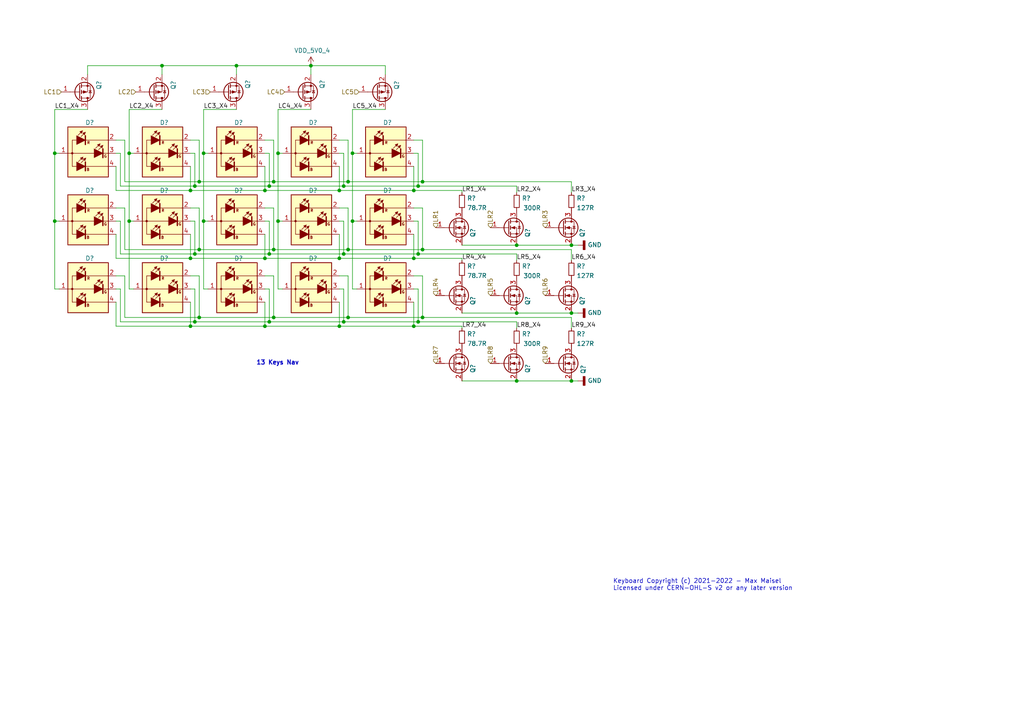
<source format=kicad_sch>
(kicad_sch (version 20250114) (generator "eeschema") (generator_version "9.0")
  (paper "A4")
  (lib_symbols
    (symbol "Keyboard:127R" (pin_numbers (hide yes)) (pin_names (offset 0.254) (hide yes))
      (property "Reference" "R" (at 0.762 0.508 0))
      (property "Value" "127R" (at 0.762 -1.016 0))
      (symbol "127R_0_1"
        (rectangle (start -0.762 1.778) (end 0.762 -1.778) (stroke (width 0.2032)))
      )
      (symbol "127R_1_1"
        (pin passive line (at 0 2.54 270) (length 0.762) (name "~") (number "1"))
        (pin passive line (at 0 -2.54 90) (length 0.762) (name "~") (number "2"))
      )
    )
    (symbol "Keyboard:300R" (pin_numbers (hide yes)) (pin_names (offset 0.254) (hide yes))
      (property "Reference" "R" (at 0.762 0.508 0))
      (property "Value" "300R" (at 0.762 -1.016 0))
      (symbol "300R_0_1"
        (rectangle (start -0.762 1.778) (end 0.762 -1.778) (stroke (width 0.2032)))
      )
      (symbol "300R_1_1"
        (pin passive line (at 0 2.54 270) (length 0.762) (name "~") (number "1"))
        (pin passive line (at 0 -2.54 90) (length 0.762) (name "~") (number "2"))
      )
    )
    (symbol "Keyboard:78.7R" (pin_numbers (hide yes)) (pin_names (offset 0.254) (hide yes))
      (property "Reference" "R" (at 0.762 0.508 0))
      (property "Value" "78.7R" (at 0.762 -1.016 0))
      (symbol "78.7R_0_1"
        (rectangle (start -0.762 1.778) (end 0.762 -1.778) (stroke (width 0.2032)))
      )
      (symbol "78.7R_1_1"
        (pin passive line (at 0 2.54 270) (length 0.762) (name "~") (number "1"))
        (pin passive line (at 0 -2.54 90) (length 0.762) (name "~") (number "2"))
      )
    )
    (symbol "Keyboard:APTF1616LSEEZGKQBKC" (pin_names (offset 0.0254) (hide yes))
      (property "Reference" "D" (at -5.08 8.89 0))
      (property "Value" "APTF1616LSEEZGKQBKC" (at -10.16 -8.89 0))
      (symbol "APTF1616LSEEZGKQBKC_0_0"
        (text "B" (at -0.508 -4.7244 0) (effects (font (size 0.762 0.762))))
        (text "R" (at -0.381 3.0734 0) (effects (font (size 0.762 0.762))))
        (text "G" (at 4.5466 -0.8382 0) (effects (font (size 0.762 0.762))))
      )
      (symbol "APTF1616LSEEZGKQBKC_0_1"
        (rectangle (start -6.35 7.62) (end 5.3848 -6.8834) (stroke (width 0.254)) (fill (type background)))
        (polyline (pts (xy -6.35 0) (xy 1.27 0)))
        (circle (center -5.08 0) (radius 0.254) (fill (type outline)))
        (polyline (pts (xy -5.08 -3.81) (xy -3.81 -3.81)))
        (polyline (pts (xy -5.08 -3.81) (xy -5.08 3.81) (xy -5.08 1.27)))
        (polyline (pts (xy -3.81 5.08) (xy -3.81 2.54) (xy -1.27 3.81) (xy -3.81 5.08)) (fill (type outline)))
        (polyline (pts (xy -3.81 3.81) (xy -5.08 3.81)))
        (polyline (pts (xy -3.81 -2.54) (xy -3.81 -5.08) (xy -1.27 -3.81) (xy -3.81 -2.54)) (fill (type outline)))
        (polyline (pts (xy -3.4036 5.207) (xy -2.1336 6.477)))
        (polyline (pts (xy -3.3274 -2.4638) (xy -2.0574 -1.1938)))
        (polyline (pts (xy -2.54 4.826) (xy -1.27 6.096)))
        (polyline (pts (xy -2.54 -2.794) (xy -1.27 -1.524)))
        (polyline (pts (xy -2.1082 6.5278) (xy -2.3622 5.7658) (xy -2.8702 6.2738) (xy -2.1082 6.5278)) (fill (type outline)))
        (polyline (pts (xy -1.9558 -1.1176) (xy -2.2098 -1.8796) (xy -2.7178 -1.3716) (xy -1.9558 -1.1176)) (fill (type outline)))
        (polyline (pts (xy -1.27 6.096) (xy -1.524 5.334) (xy -2.032 5.842) (xy -1.27 6.096)) (fill (type outline)))
        (polyline (pts (xy -1.27 5.08) (xy -1.27 2.54)) (stroke (width 0.381)))
        (polyline (pts (xy -1.27 3.81) (xy 5.08 3.81)))
        (polyline (pts (xy -1.27 -2.54) (xy -1.27 -5.08)) (stroke (width 0.381)))
        (polyline (pts (xy -1.27 -3.81) (xy 5.08 -3.81)))
        (polyline (pts (xy -1.143 -1.397) (xy -1.397 -2.159) (xy -1.905 -1.651) (xy -1.143 -1.397)) (fill (type outline)))
        (polyline (pts (xy 1.27 1.27) (xy 1.27 -1.27) (xy 3.81 0) (xy 1.27 1.27)) (fill (type outline)))
        (polyline (pts (xy 1.6764 1.4224) (xy 2.9464 2.6924)))
        (polyline (pts (xy 2.54 1.016) (xy 3.81 2.286)))
        (polyline (pts (xy 2.9972 2.7432) (xy 2.7432 1.9812) (xy 2.2352 2.4892) (xy 2.9972 2.7432)) (fill (type outline)))
        (polyline (pts (xy 3.81 2.286) (xy 3.556 1.524) (xy 3.048 2.032) (xy 3.81 2.286)) (fill (type outline)))
        (polyline (pts (xy 3.81 1.27) (xy 3.81 -1.27)) (stroke (width 0.381)))
        (polyline (pts (xy 3.81 0) (xy 5.08 0)))
      )
      (symbol "APTF1616LSEEZGKQBKC_1_1"
        (pin passive line (at -8.89 0 0) (length 2.54) (name "A") (number "1"))
        (pin passive line (at 7.62 3.81 180) (length 2.54) (name "KR") (number "2"))
        (pin passive line (at 7.62 0 180) (length 2.54) (name "KG") (number "3"))
        (pin passive line (at 7.62 -3.81 180) (length 2.54) (name "KB") (number "4"))
      )
    )
    (symbol "Keyboard:GND" (power) (pin_names (offset 0))
      (property "Value" "GND" (at 0 -3.175 0))
      (symbol "GND_0_1"
        (rectangle (start -1.27 -1.524) (end 1.27 -2.032) (stroke (width 0.254)) (fill (type outline)))
        (polyline (pts (xy 0 0) (xy 0 -1.524)))
      )
      (symbol "GND_1_1"
        (pin power_in line (at 0 0 270) (length 0) (hide yes) (name "GND") (number "1"))
      )
    )
    (symbol "Keyboard:NTA4151PT1G" (pin_names (offset 0) (hide yes))
      (property "Reference" "Q" (at 5.842 -2.032 90))
      (symbol "NTA4151PT1G_0_1"
        (polyline (pts (xy 0.254 1.905) (xy 0.254 -1.905)) (stroke (width 0.254)))
        (polyline (pts (xy 0.254 0) (xy -2.54 0)))
        (polyline (pts (xy 0.762 2.286) (xy 0.762 1.27)) (stroke (width 0.254)))
        (polyline (pts (xy 0.762 1.778) (xy 3.302 1.778) (xy 3.302 -1.778) (xy 0.762 -1.778)))
        (polyline (pts (xy 0.762 0.508) (xy 0.762 -0.508)) (stroke (width 0.254)))
        (polyline (pts (xy 0.762 -1.27) (xy 0.762 -2.286)) (stroke (width 0.254)))
        (circle (center 1.651 0) (radius 2.794) (stroke (width 0.254)))
        (polyline (pts (xy 2.286 0) (xy 1.27 0.381) (xy 1.27 -0.381) (xy 2.286 0)) (fill (type outline)))
        (polyline (pts (xy 2.54 2.54) (xy 2.54 1.778)))
        (polyline (pts (xy 2.54 2.54) (xy 2.54 1.778)))
        (circle (center 2.54 1.778) (radius 0.254) (fill (type outline)))
        (circle (center 2.54 1.778) (radius 0.254) (fill (type outline)))
        (circle (center 2.54 -1.778) (radius 0.254) (fill (type outline)))
        (polyline (pts (xy 2.54 -2.54) (xy 2.54 0) (xy 0.762 0)))
        (polyline (pts (xy 2.921 -0.381) (xy 3.683 -0.381)))
        (polyline (pts (xy 3.302 -0.381) (xy 2.921 0.254) (xy 3.683 0.254) (xy 3.302 -0.381)))
      )
      (symbol "NTA4151PT1G_1_1"
        (pin input line (at -5.08 0 0) (length 2.54) (name "G") (number "1"))
        (pin passive line (at 2.54 5.08 270) (length 2.54) (name "D") (number "3"))
        (pin passive line (at 2.54 -5.08 90) (length 2.54) (name "S") (number "2"))
      )
    )
    (symbol "Keyboard:NTA4153NT1G" (pin_names (offset 0) (hide yes))
      (property "Reference" "Q" (at 5.842 -2.032 90))
      (symbol "NTA4153NT1G_0_1"
        (polyline (pts (xy 0.254 1.905) (xy 0.254 -1.905)) (stroke (width 0.254)))
        (polyline (pts (xy 0.254 0) (xy -2.54 0)))
        (polyline (pts (xy 0.762 2.286) (xy 0.762 1.27)) (stroke (width 0.254)))
        (polyline (pts (xy 0.762 0.508) (xy 0.762 -0.508)) (stroke (width 0.254)))
        (polyline (pts (xy 0.762 -1.27) (xy 0.762 -2.286)) (stroke (width 0.254)))
        (polyline (pts (xy 0.762 -1.778) (xy 3.302 -1.778) (xy 3.302 1.778) (xy 0.762 1.778)))
        (polyline (pts (xy 1.016 0) (xy 2.032 0.381) (xy 2.032 -0.381) (xy 1.016 0)) (fill (type outline)))
        (circle (center 1.651 0) (radius 2.794) (stroke (width 0.254)))
        (polyline (pts (xy 2.54 2.54) (xy 2.54 1.778)))
        (circle (center 2.54 1.778) (radius 0.254) (fill (type outline)))
        (circle (center 2.54 -1.778) (radius 0.254) (fill (type outline)))
        (polyline (pts (xy 2.54 -2.54) (xy 2.54 0) (xy 0.762 0)))
        (polyline (pts (xy 2.921 0.381) (xy 3.683 0.381)))
        (polyline (pts (xy 3.302 0.381) (xy 2.921 -0.254) (xy 3.683 -0.254) (xy 3.302 0.381)))
      )
      (symbol "NTA4153NT1G_1_1"
        (pin input line (at -5.08 0 0) (length 2.54) (name "G") (number "1"))
        (pin passive line (at 2.54 5.08 270) (length 2.54) (name "D") (number "3"))
        (pin passive line (at 2.54 -5.08 90) (length 2.54) (name "S") (number "2"))
      )
    )
    (symbol "Keyboard:VDD_5V0_4" (power) (pin_names (offset 0))
      (property "Value" "VDD_5V0_4" (at 0 3.556 0))
      (symbol "VDD_5V0_4_0_1"
        (polyline (pts (xy -0.762 1.27) (xy 0 2.54)))
        (polyline (pts (xy 0 2.54) (xy 0.762 1.27)))
        (polyline (pts (xy 0 0) (xy 0 2.54)))
      )
      (symbol "VDD_5V0_4_1_1"
        (pin power_in line (at 0 0 90) (length 0) (hide yes) (name "VDD_5V0_4") (number "1"))
      )
    )
  )
  (text "13 Keys Nav" (at 74.295 106.045 0) (effects (font (size 1.27 1.27) (thickness 0.254) (bold yes)) (justify left bottom)))
  (text "Keyboard Copyright (c) 2021-2022 - Max Maisel\nLicensed under CERN-OHL-S v2 or any later version" (at 177.8 171.45 0) (effects (font (size 1.27 1.27)) (justify left bottom)))
  (junction (at 78.105 73.66))
  (junction (at 120.015 74.93))
  (junction (at 165.735 110.49))
  (junction (at 57.785 92.075))
  (junction (at 15.875 44.45))
  (junction (at 99.695 93.345))
  (junction (at 122.555 72.39))
  (junction (at 149.86 90.805))
  (junction (at 121.285 93.345))
  (junction (at 76.835 74.93))
  (junction (at 102.235 44.45))
  (junction (at 80.645 44.45))
  (junction (at 98.425 94.615))
  (junction (at 100.965 72.39))
  (junction (at 120.015 55.245))
  (junction (at 55.245 94.615))
  (junction (at 56.515 73.66))
  (junction (at 149.86 71.12))
  (junction (at 149.86 110.49))
  (junction (at 98.425 55.245))
  (junction (at 59.055 44.45))
  (junction (at 98.425 74.93))
  (junction (at 122.555 92.075))
  (junction (at 121.285 73.66))
  (junction (at 76.835 55.245))
  (junction (at 90.17 19.05))
  (junction (at 122.555 52.705))
  (junction (at 37.465 44.45))
  (junction (at 57.785 52.705))
  (junction (at 57.785 72.39))
  (junction (at 99.695 73.66))
  (junction (at 121.285 53.975))
  (junction (at 165.735 90.805))
  (junction (at 102.235 64.135))
  (junction (at 100.965 52.705))
  (junction (at 100.965 92.075))
  (junction (at 80.645 64.135))
  (junction (at 56.515 53.975))
  (junction (at 120.015 94.615))
  (junction (at 78.105 93.345))
  (junction (at 68.58 19.05))
  (junction (at 59.055 64.135))
  (junction (at 55.245 74.93))
  (junction (at 15.875 64.135))
  (junction (at 46.99 19.05))
  (junction (at 79.375 72.39))
  (junction (at 79.375 52.705))
  (junction (at 79.375 92.075))
  (junction (at 37.465 64.135))
  (junction (at 99.695 53.975))
  (junction (at 76.835 94.615))
  (junction (at 165.735 71.12))
  (junction (at 55.245 55.245))
  (junction (at 78.105 53.975))
  (junction (at 56.515 93.345))
  (wire (pts (xy 133.985 74.93) (xy 133.985 75.565)))
  (wire (pts (xy 122.555 40.64) (xy 122.555 52.705)))
  (wire (pts (xy 79.375 60.325) (xy 79.375 72.39)))
  (wire (pts (xy 37.465 31.75) (xy 37.465 44.45)))
  (wire (pts (xy 76.835 67.945) (xy 76.835 74.93)))
  (wire (pts (xy 100.965 80.01) (xy 100.965 92.075)))
  (wire (pts (xy 149.86 71.12) (xy 165.735 71.12)))
  (wire (pts (xy 80.645 31.75) (xy 90.17 31.75)))
  (wire (pts (xy 78.105 53.975) (xy 78.105 44.45)))
  (wire (pts (xy 98.425 48.26) (xy 98.425 55.245)))
  (wire (pts (xy 36.195 92.075) (xy 57.785 92.075)))
  (wire (pts (xy 76.835 74.93) (xy 55.245 74.93)))
  (wire (pts (xy 60.325 64.135) (xy 59.055 64.135)))
  (wire (pts (xy 98.425 55.245) (xy 120.015 55.245)))
  (wire (pts (xy 56.515 93.345) (xy 78.105 93.345)))
  (wire (pts (xy 33.655 80.01) (xy 36.195 80.01)))
  (wire (pts (xy 78.105 53.975) (xy 99.695 53.975)))
  (wire (pts (xy 76.835 94.615) (xy 98.425 94.615)))
  (wire (pts (xy 33.655 40.64) (xy 36.195 40.64)))
  (wire (pts (xy 76.835 40.64) (xy 79.375 40.64)))
  (wire (pts (xy 98.425 60.325) (xy 100.965 60.325)))
  (wire (pts (xy 90.17 19.05) (xy 90.17 21.59)))
  (wire (pts (xy 68.58 21.59) (xy 68.58 19.05)))
  (wire (pts (xy 57.785 80.01) (xy 57.785 92.075)))
  (wire (pts (xy 98.425 87.63) (xy 98.425 94.615)))
  (wire (pts (xy 102.235 31.75) (xy 102.235 44.45)))
  (wire (pts (xy 120.015 74.93) (xy 133.985 74.93)))
  (wire (pts (xy 55.245 55.245) (xy 76.835 55.245)))
  (wire (pts (xy 99.695 93.345) (xy 121.285 93.345)))
  (wire (pts (xy 17.145 64.135) (xy 15.875 64.135)))
  (wire (pts (xy 121.285 64.135) (xy 120.015 64.135)))
  (wire (pts (xy 33.655 83.82) (xy 34.925 83.82)))
  (wire (pts (xy 79.375 92.075) (xy 100.965 92.075)))
  (wire (pts (xy 122.555 72.39) (xy 165.735 72.39)))
  (wire (pts (xy 55.245 44.45) (xy 56.515 44.45)))
  (wire (pts (xy 133.985 94.615) (xy 133.985 95.25)))
  (wire (pts (xy 68.58 19.05) (xy 90.17 19.05)))
  (wire (pts (xy 78.105 44.45) (xy 76.835 44.45)))
  (wire (pts (xy 34.925 93.345) (xy 34.925 83.82)))
  (wire (pts (xy 36.195 52.705) (xy 57.785 52.705)))
  (wire (pts (xy 55.245 87.63) (xy 55.245 94.615)))
  (wire (pts (xy 76.835 55.245) (xy 98.425 55.245)))
  (wire (pts (xy 98.425 94.615) (xy 120.015 94.615)))
  (wire (pts (xy 15.875 31.75) (xy 15.875 44.45)))
  (wire (pts (xy 76.835 48.26) (xy 76.835 55.245)))
  (wire (pts (xy 100.965 92.075) (xy 122.555 92.075)))
  (wire (pts (xy 38.735 83.82) (xy 37.465 83.82)))
  (wire (pts (xy 56.515 83.82) (xy 56.515 93.345)))
  (wire (pts (xy 120.015 83.82) (xy 121.285 83.82)))
  (wire (pts (xy 81.915 44.45) (xy 80.645 44.45)))
  (wire (pts (xy 111.76 21.59) (xy 111.76 19.05)))
  (wire (pts (xy 57.785 40.64) (xy 57.785 52.705)))
  (wire (pts (xy 103.505 44.45) (xy 102.235 44.45)))
  (wire (pts (xy 78.105 83.82) (xy 78.105 93.345)))
  (wire (pts (xy 37.465 64.135) (xy 37.465 83.82)))
  (wire (pts (xy 33.655 67.945) (xy 33.655 74.93)))
  (wire (pts (xy 55.245 60.325) (xy 57.785 60.325)))
  (wire (pts (xy 81.915 64.135) (xy 80.645 64.135)))
  (wire (pts (xy 78.105 64.135) (xy 78.105 73.66)))
  (wire (pts (xy 57.785 52.705) (xy 79.375 52.705)))
  (wire (pts (xy 76.835 74.93) (xy 98.425 74.93)))
  (wire (pts (xy 149.86 73.66) (xy 149.86 75.565)))
  (wire (pts (xy 38.735 64.135) (xy 37.465 64.135)))
  (wire (pts (xy 122.555 52.705) (xy 165.735 52.705)))
  (wire (pts (xy 34.925 44.45) (xy 34.925 53.975)))
  (wire (pts (xy 34.925 93.345) (xy 56.515 93.345)))
  (wire (pts (xy 167.64 90.805) (xy 165.735 90.805)))
  (wire (pts (xy 149.86 90.805) (xy 133.985 90.805)))
  (wire (pts (xy 60.325 44.45) (xy 59.055 44.45)))
  (wire (pts (xy 121.285 64.135) (xy 121.285 73.66)))
  (wire (pts (xy 56.515 44.45) (xy 56.515 53.975)))
  (wire (pts (xy 81.915 83.82) (xy 80.645 83.82)))
  (wire (pts (xy 56.515 73.66) (xy 78.105 73.66)))
  (wire (pts (xy 100.965 60.325) (xy 100.965 72.39)))
  (wire (pts (xy 103.505 64.135) (xy 102.235 64.135)))
  (wire (pts (xy 133.985 55.245) (xy 133.985 55.88)))
  (wire (pts (xy 25.4 21.59) (xy 25.4 19.05)))
  (wire (pts (xy 80.645 31.75) (xy 80.645 44.45)))
  (wire (pts (xy 78.105 83.82) (xy 76.835 83.82)))
  (wire (pts (xy 15.875 44.45) (xy 15.875 64.135)))
  (wire (pts (xy 33.655 87.63) (xy 33.655 94.615)))
  (wire (pts (xy 57.785 60.325) (xy 57.785 72.39)))
  (wire (pts (xy 33.655 94.615) (xy 55.245 94.615)))
  (wire (pts (xy 37.465 44.45) (xy 37.465 64.135)))
  (wire (pts (xy 15.875 31.75) (xy 25.4 31.75)))
  (wire (pts (xy 33.655 60.325) (xy 36.195 60.325)))
  (wire (pts (xy 120.015 94.615) (xy 133.985 94.615)))
  (wire (pts (xy 90.17 19.05) (xy 111.76 19.05)))
  (wire (pts (xy 122.555 80.01) (xy 122.555 92.075)))
  (wire (pts (xy 100.965 52.705) (xy 122.555 52.705)))
  (wire (pts (xy 102.235 44.45) (xy 102.235 64.135)))
  (wire (pts (xy 78.105 53.975) (xy 56.515 53.975)))
  (wire (pts (xy 36.195 40.64) (xy 36.195 52.705)))
  (wire (pts (xy 17.145 44.45) (xy 15.875 44.45)))
  (wire (pts (xy 76.835 64.135) (xy 78.105 64.135)))
  (wire (pts (xy 55.245 48.26) (xy 55.245 55.245)))
  (wire (pts (xy 79.375 80.01) (xy 79.375 92.075)))
  (wire (pts (xy 78.105 93.345) (xy 99.695 93.345)))
  (wire (pts (xy 98.425 40.64) (xy 100.965 40.64)))
  (wire (pts (xy 46.99 19.05) (xy 68.58 19.05)))
  (wire (pts (xy 121.285 73.66) (xy 149.86 73.66)))
  (wire (pts (xy 165.735 110.49) (xy 167.64 110.49)))
  (wire (pts (xy 79.375 52.705) (xy 100.965 52.705)))
  (wire (pts (xy 76.835 87.63) (xy 76.835 94.615)))
  (wire (pts (xy 98.425 80.01) (xy 100.965 80.01)))
  (wire (pts (xy 98.425 67.945) (xy 98.425 74.93)))
  (wire (pts (xy 33.655 55.245) (xy 55.245 55.245)))
  (wire (pts (xy 17.145 83.82) (xy 15.875 83.82)))
  (wire (pts (xy 120.015 44.45) (xy 121.285 44.45)))
  (wire (pts (xy 100.965 72.39) (xy 122.555 72.39)))
  (wire (pts (xy 121.285 44.45) (xy 121.285 53.975)))
  (wire (pts (xy 57.785 92.075) (xy 79.375 92.075)))
  (wire (pts (xy 149.86 53.975) (xy 149.86 55.88)))
  (wire (pts (xy 98.425 44.45) (xy 99.695 44.45)))
  (wire (pts (xy 120.015 55.245) (xy 133.985 55.245)))
  (wire (pts (xy 80.645 44.45) (xy 80.645 64.135)))
  (wire (pts (xy 120.015 87.63) (xy 120.015 94.615)))
  (wire (pts (xy 34.925 64.135) (xy 33.655 64.135)))
  (wire (pts (xy 79.375 40.64) (xy 79.375 52.705)))
  (wire (pts (xy 98.425 74.93) (xy 120.015 74.93)))
  (wire (pts (xy 33.655 44.45) (xy 34.925 44.45)))
  (wire (pts (xy 100.965 40.64) (xy 100.965 52.705)))
  (wire (pts (xy 60.325 83.82) (xy 59.055 83.82)))
  (wire (pts (xy 98.425 83.82) (xy 99.695 83.82)))
  (wire (pts (xy 122.555 60.325) (xy 122.555 72.39)))
  (wire (pts (xy 120.015 60.325) (xy 122.555 60.325)))
  (wire (pts (xy 103.505 83.82) (xy 102.235 83.82)))
  (wire (pts (xy 149.86 93.345) (xy 149.86 95.25)))
  (wire (pts (xy 102.235 31.75) (xy 111.76 31.75)))
  (wire (pts (xy 34.925 73.66) (xy 34.925 64.135)))
  (wire (pts (xy 120.015 67.945) (xy 120.015 74.93)))
  (wire (pts (xy 79.375 72.39) (xy 100.965 72.39)))
  (wire (pts (xy 99.695 53.975) (xy 121.285 53.975)))
  (wire (pts (xy 36.195 72.39) (xy 57.785 72.39)))
  (wire (pts (xy 102.235 64.135) (xy 102.235 83.82)))
  (wire (pts (xy 36.195 80.01) (xy 36.195 92.075)))
  (wire (pts (xy 80.645 64.135) (xy 80.645 83.82)))
  (wire (pts (xy 120.015 40.64) (xy 122.555 40.64)))
  (wire (pts (xy 122.555 92.075) (xy 165.735 92.075)))
  (wire (pts (xy 76.835 80.01) (xy 79.375 80.01)))
  (wire (pts (xy 34.925 73.66) (xy 56.515 73.66)))
  (wire (pts (xy 98.425 64.135) (xy 99.695 64.135)))
  (wire (pts (xy 33.655 48.26) (xy 33.655 55.245)))
  (wire (pts (xy 59.055 31.75) (xy 59.055 44.45)))
  (wire (pts (xy 149.86 110.49) (xy 165.735 110.49)))
  (wire (pts (xy 121.285 83.82) (xy 121.285 93.345)))
  (wire (pts (xy 133.985 71.12) (xy 149.86 71.12)))
  (wire (pts (xy 79.375 72.39) (xy 57.785 72.39)))
  (wire (pts (xy 120.015 80.01) (xy 122.555 80.01)))
  (wire (pts (xy 56.515 64.135) (xy 56.515 73.66)))
  (wire (pts (xy 121.285 53.975) (xy 149.86 53.975)))
  (wire (pts (xy 25.4 19.05) (xy 46.99 19.05)))
  (wire (pts (xy 55.245 67.945) (xy 55.245 74.93)))
  (wire (pts (xy 55.245 80.01) (xy 57.785 80.01)))
  (wire (pts (xy 37.465 31.75) (xy 46.99 31.75)))
  (wire (pts (xy 59.055 64.135) (xy 59.055 83.82)))
  (wire (pts (xy 15.875 64.135) (xy 15.875 83.82)))
  (wire (pts (xy 99.695 73.66) (xy 121.285 73.66)))
  (wire (pts (xy 76.835 60.325) (xy 79.375 60.325)))
  (wire (pts (xy 55.245 40.64) (xy 57.785 40.64)))
  (wire (pts (xy 165.735 72.39) (xy 165.735 75.565)))
  (wire (pts (xy 133.985 110.49) (xy 149.86 110.49)))
  (wire (pts (xy 99.695 83.82) (xy 99.695 93.345)))
  (wire (pts (xy 55.245 64.135) (xy 56.515 64.135)))
  (wire (pts (xy 55.245 83.82) (xy 56.515 83.82)))
  (wire (pts (xy 38.735 44.45) (xy 37.465 44.45)))
  (wire (pts (xy 121.285 93.345) (xy 149.86 93.345)))
  (wire (pts (xy 99.695 64.135) (xy 99.695 73.66)))
  (wire (pts (xy 99.695 44.45) (xy 99.695 53.975)))
  (wire (pts (xy 36.195 60.325) (xy 36.195 72.39)))
  (wire (pts (xy 165.735 92.075) (xy 165.735 95.25)))
  (wire (pts (xy 55.245 94.615) (xy 76.835 94.615)))
  (wire (pts (xy 165.735 52.705) (xy 165.735 55.88)))
  (wire (pts (xy 165.735 90.805) (xy 149.86 90.805)))
  (wire (pts (xy 165.735 71.12) (xy 167.64 71.12)))
  (wire (pts (xy 34.925 53.975) (xy 56.515 53.975)))
  (wire (pts (xy 78.105 73.66) (xy 99.695 73.66)))
  (wire (pts (xy 120.015 48.26) (xy 120.015 55.245)))
  (wire (pts (xy 59.055 44.45) (xy 59.055 64.135)))
  (wire (pts (xy 33.655 74.93) (xy 55.245 74.93)))
  (wire (pts (xy 46.99 21.59) (xy 46.99 19.05)))
  (wire (pts (xy 59.055 31.75) (xy 68.58 31.75)))
  (label "LR7_X4" (at 133.985 95.25 0))
  (label "LR5_X4" (at 149.86 75.565 0))
  (label "LR9_X4" (at 165.735 95.25 0))
  (label "LR3_X4" (at 165.735 55.88 0))
  (label "LR8_X4" (at 149.86 95.25 0))
  (label "LR1_X4" (at 133.985 55.88 0))
  (label "LC4_X4" (at 80.645 31.75 0))
  (label "LR6_X4" (at 165.735 75.565 0))
  (label "LC3_X4" (at 59.055 31.75 0))
  (label "LR2_X4" (at 149.86 55.88 0))
  (label "LC5_X4" (at 102.235 31.75 0))
  (label "LC2_X4" (at 37.465 31.75 0))
  (label "LR4_X4" (at 133.985 75.565 0))
  (label "LC1_X4" (at 15.875 31.75 0))
  (hierarchical_label "LR4" (shape input) (at 126.365 85.725 90))
  (hierarchical_label "LR8" (shape input) (at 142.24 105.41 90))
  (hierarchical_label "LR3" (shape input) (at 158.115 66.04 90))
  (hierarchical_label "LC1" (shape input) (at 17.78 26.67 180))
  (hierarchical_label "LC4" (shape input) (at 82.55 26.67 180))
  (hierarchical_label "LR9" (shape input) (at 158.115 105.41 90))
  (hierarchical_label "LR1" (shape input) (at 126.365 66.04 90))
  (hierarchical_label "LR2" (shape input) (at 142.24 66.04 90))
  (hierarchical_label "LR6" (shape input) (at 158.115 85.725 90))
  (hierarchical_label "LR7" (shape input) (at 126.365 105.41 90))
  (hierarchical_label "LC5" (shape input) (at 104.14 26.67 180))
  (hierarchical_label "LC3" (shape input) (at 60.96 26.67 180))
  (hierarchical_label "LC2" (shape input) (at 39.37 26.67 180))
  (hierarchical_label "LR5" (shape input) (at 142.24 85.725 90))
  (symbol (lib_id "Keyboard:VDD_5V0_4") (at 90.17 19.05 0) (unit 1)
    (property "Reference" "#PWR0104" (effects (hide yes)))
    (property "Value" "VDD_5V0_4" (at 90.551 14.6558 0))
  )
  (symbol (lib_id "Keyboard:APTF1616LSEEZGKQBKC") (at 26.035 44.45 0) (unit 1)
    (property "Reference" "D?" (at 26.035 35.56 0))
    (property "Value" "APTF1616LSEEZGKQBKC" (effects (hide yes)))
    (property "Footprint" "Keyboard:APTF1616-RGB" (effects (hide yes)))
    (property "Datasheet" "http://www.kingbrightusa.com/images/catalog/SPEC/APTF1616LSEEZGKQBKC.pdf" (effects (hide yes)))
    (property "mouser#" "604-APTF1616LSEEZGKQ" (effects (hide yes)))
  )
  (symbol (lib_id "Keyboard:APTF1616LSEEZGKQBKC") (at 47.625 44.45 0) (unit 1)
    (property "Reference" "D?" (at 47.625 35.56 0))
    (property "Value" "APTF1616LSEEZGKQBKC" (effects (hide yes)))
    (property "Footprint" "Keyboard:APTF1616-RGB" (effects (hide yes)))
    (property "Datasheet" "http://www.kingbrightusa.com/images/catalog/SPEC/APTF1616LSEEZGKQBKC.pdf" (effects (hide yes)))
    (property "mouser#" "604-APTF1616LSEEZGKQ" (effects (hide yes)))
  )
  (symbol (lib_id "Keyboard:APTF1616LSEEZGKQBKC") (at 69.215 44.45 0) (unit 1)
    (property "Reference" "D?" (at 69.215 35.56 0))
    (property "Value" "APTF1616LSEEZGKQBKC" (effects (hide yes)))
    (property "Footprint" "Keyboard:APTF1616-RGB" (effects (hide yes)))
    (property "Datasheet" "http://www.kingbrightusa.com/images/catalog/SPEC/APTF1616LSEEZGKQBKC.pdf" (effects (hide yes)))
    (property "mouser#" "604-APTF1616LSEEZGKQ" (effects (hide yes)))
  )
  (symbol (lib_id "Keyboard:APTF1616LSEEZGKQBKC") (at 90.805 44.45 0) (unit 1)
    (property "Reference" "D?" (at 90.805 35.56 0))
    (property "Value" "APTF1616LSEEZGKQBKC" (effects (hide yes)))
    (property "Footprint" "Keyboard:APTF1616-RGB" (effects (hide yes)))
    (property "Datasheet" "http://www.kingbrightusa.com/images/catalog/SPEC/APTF1616LSEEZGKQBKC.pdf" (effects (hide yes)))
    (property "mouser#" "604-APTF1616LSEEZGKQ" (effects (hide yes)))
  )
  (symbol (lib_id "Keyboard:APTF1616LSEEZGKQBKC") (at 112.395 44.45 0) (unit 1)
    (property "Reference" "D?" (at 112.395 35.56 0))
    (property "Value" "APTF1616LSEEZGKQBKC" (effects (hide yes)))
    (property "Footprint" "Keyboard:APTF1616-RGB" (effects (hide yes)))
    (property "Datasheet" "http://www.kingbrightusa.com/images/catalog/SPEC/APTF1616LSEEZGKQBKC.pdf" (effects (hide yes)))
    (property "mouser#" "604-APTF1616LSEEZGKQ" (effects (hide yes)))
  )
  (symbol (lib_id "Keyboard:APTF1616LSEEZGKQBKC") (at 47.625 64.135 0) (unit 1)
    (property "Reference" "D?" (at 47.625 55.245 0))
    (property "Value" "APTF1616LSEEZGKQBKC" (effects (hide yes)))
    (property "Footprint" "Keyboard:APTF1616-RGB" (effects (hide yes)))
    (property "Datasheet" "http://www.kingbrightusa.com/images/catalog/SPEC/APTF1616LSEEZGKQBKC.pdf" (effects (hide yes)))
    (property "mouser#" "604-APTF1616LSEEZGKQ" (effects (hide yes)))
  )
  (symbol (lib_id "Keyboard:APTF1616LSEEZGKQBKC") (at 69.215 64.135 0) (unit 1)
    (property "Reference" "D?" (at 69.215 55.245 0))
    (property "Value" "APTF1616LSEEZGKQBKC" (effects (hide yes)))
    (property "Footprint" "Keyboard:APTF1616-RGB" (effects (hide yes)))
    (property "Datasheet" "http://www.kingbrightusa.com/images/catalog/SPEC/APTF1616LSEEZGKQBKC.pdf" (effects (hide yes)))
    (property "mouser#" "604-APTF1616LSEEZGKQ" (effects (hide yes)))
  )
  (symbol (lib_id "Keyboard:APTF1616LSEEZGKQBKC") (at 90.805 64.135 0) (unit 1)
    (property "Reference" "D?" (at 90.805 55.245 0))
    (property "Value" "APTF1616LSEEZGKQBKC" (effects (hide yes)))
    (property "Footprint" "Keyboard:APTF1616-RGB" (effects (hide yes)))
    (property "Datasheet" "http://www.kingbrightusa.com/images/catalog/SPEC/APTF1616LSEEZGKQBKC.pdf" (effects (hide yes)))
    (property "mouser#" "604-APTF1616LSEEZGKQ" (effects (hide yes)))
  )
  (symbol (lib_id "Keyboard:APTF1616LSEEZGKQBKC") (at 112.395 64.135 0) (unit 1)
    (property "Reference" "D?" (at 112.395 55.245 0))
    (property "Value" "APTF1616LSEEZGKQBKC" (effects (hide yes)))
    (property "Footprint" "Keyboard:APTF1616-RGB" (effects (hide yes)))
    (property "Datasheet" "http://www.kingbrightusa.com/images/catalog/SPEC/APTF1616LSEEZGKQBKC.pdf" (effects (hide yes)))
    (property "mouser#" "604-APTF1616LSEEZGKQ" (effects (hide yes)))
  )
  (symbol (lib_id "Keyboard:APTF1616LSEEZGKQBKC") (at 26.035 64.135 0) (unit 1)
    (property "Reference" "D?" (at 26.035 55.245 0))
    (property "Value" "APTF1616LSEEZGKQBKC" (effects (hide yes)))
    (property "Footprint" "Keyboard:APTF1616-RGB" (effects (hide yes)))
    (property "Datasheet" "http://www.kingbrightusa.com/images/catalog/SPEC/APTF1616LSEEZGKQBKC.pdf" (effects (hide yes)))
    (property "mouser#" "604-APTF1616LSEEZGKQ" (effects (hide yes)))
  )
  (symbol (lib_id "Keyboard:APTF1616LSEEZGKQBKC") (at 47.625 83.82 0) (unit 1)
    (property "Reference" "D?" (at 47.625 74.93 0))
    (property "Value" "APTF1616LSEEZGKQBKC" (effects (hide yes)))
    (property "Footprint" "Keyboard:APTF1616-RGB" (effects (hide yes)))
    (property "Datasheet" "http://www.kingbrightusa.com/images/catalog/SPEC/APTF1616LSEEZGKQBKC.pdf" (effects (hide yes)))
    (property "mouser#" "604-APTF1616LSEEZGKQ" (effects (hide yes)))
  )
  (symbol (lib_id "Keyboard:APTF1616LSEEZGKQBKC") (at 69.215 83.82 0) (unit 1)
    (property "Reference" "D?" (at 69.215 74.93 0))
    (property "Value" "APTF1616LSEEZGKQBKC" (effects (hide yes)))
    (property "Footprint" "Keyboard:APTF1616-RGB" (effects (hide yes)))
    (property "Datasheet" "http://www.kingbrightusa.com/images/catalog/SPEC/APTF1616LSEEZGKQBKC.pdf" (effects (hide yes)))
    (property "mouser#" "604-APTF1616LSEEZGKQ" (effects (hide yes)))
  )
  (symbol (lib_id "Keyboard:APTF1616LSEEZGKQBKC") (at 90.805 83.82 0) (unit 1)
    (property "Reference" "D?" (at 90.805 74.93 0))
    (property "Value" "APTF1616LSEEZGKQBKC" (effects (hide yes)))
    (property "Footprint" "Keyboard:APTF1616-RGB" (effects (hide yes)))
    (property "Datasheet" "http://www.kingbrightusa.com/images/catalog/SPEC/APTF1616LSEEZGKQBKC.pdf" (effects (hide yes)))
    (property "mouser#" "604-APTF1616LSEEZGKQ" (effects (hide yes)))
  )
  (symbol (lib_id "Keyboard:APTF1616LSEEZGKQBKC") (at 112.395 83.82 0) (unit 1)
    (property "Reference" "D?" (at 112.395 74.93 0))
    (property "Value" "APTF1616LSEEZGKQBKC" (effects (hide yes)))
    (property "Footprint" "Keyboard:APTF1616-RGB" (effects (hide yes)))
    (property "Datasheet" "http://www.kingbrightusa.com/images/catalog/SPEC/APTF1616LSEEZGKQBKC.pdf" (effects (hide yes)))
    (property "mouser#" "604-APTF1616LSEEZGKQ" (effects (hide yes)))
  )
  (symbol (lib_id "Keyboard:APTF1616LSEEZGKQBKC") (at 26.035 83.82 0) (unit 1)
    (property "Reference" "D?" (at 26.035 74.93 0))
    (property "Value" "APTF1616LSEEZGKQBKC" (effects (hide yes)))
    (property "Footprint" "Keyboard:APTF1616-RGB" (effects (hide yes)))
    (property "Datasheet" "http://www.kingbrightusa.com/images/catalog/SPEC/APTF1616LSEEZGKQBKC.pdf" (effects (hide yes)))
    (property "mouser#" "604-APTF1616LSEEZGKQ" (effects (hide yes)))
  )
  (symbol (lib_id "Keyboard:NTA4151PT1G") (at 109.22 26.67 0) (mirror x) (unit 1)
    (property "Reference" "Q?" (at 115.062 23.368 90) (effects (justify left)))
    (property "Value" "NTA4151P" (effects (hide yes)))
    (property "Footprint" "Keyboard:SC-75" (effects (hide yes)))
    (property "Datasheet" "https://www.onsemi.com/download/data-sheet/pdf/nta4151p-d.pdf" (effects (hide yes)))
    (property "Description" "P-Channel MOSFET" (effects (hide yes)))
    (property "digikey#" "DTA114EET1GOSCT-ND" (effects (hide yes)))
    (property "mouser#" "863-NTA4151PT1G" (effects (hide yes)))
    (property "farnell#" "2317622" (effects (hide yes)))
    (property "Sim.Library" "lib/spice/NTA4151P.LIB" (effects (hide yes)))
    (property "Sim.Name" "nta4151p" (effects (hide yes)))
    (property "Sim.Device" "SUBCKT" (effects (hide yes)))
    (property "Sim.Pins" "1=2 2=3 3=1" (effects (hide yes)))
  )
  (symbol (lib_id "Keyboard:NTA4151PT1G") (at 22.86 26.67 0) (mirror x) (unit 1)
    (property "Reference" "Q?" (at 28.702 23.368 90) (effects (justify left)))
    (property "Value" "NTA4151P" (effects (hide yes)))
    (property "Footprint" "Keyboard:SC-75" (effects (hide yes)))
    (property "Datasheet" "https://www.onsemi.com/download/data-sheet/pdf/nta4151p-d.pdf" (effects (hide yes)))
    (property "Description" "P-Channel MOSFET" (effects (hide yes)))
    (property "digikey#" "DTA114EET1GOSCT-ND" (effects (hide yes)))
    (property "mouser#" "863-NTA4151PT1G" (effects (hide yes)))
    (property "farnell#" "2317622" (effects (hide yes)))
    (property "Sim.Library" "lib/spice/NTA4151P.LIB" (effects (hide yes)))
    (property "Sim.Name" "nta4151p" (effects (hide yes)))
    (property "Sim.Device" "SUBCKT" (effects (hide yes)))
    (property "Sim.Pins" "1=2 2=3 3=1" (effects (hide yes)))
  )
  (symbol (lib_id "Keyboard:NTA4151PT1G") (at 44.45 26.67 0) (mirror x) (unit 1)
    (property "Reference" "Q?" (at 50.292 23.368 90) (effects (justify left)))
    (property "Value" "NTA4151P" (effects (hide yes)))
    (property "Footprint" "Keyboard:SC-75" (effects (hide yes)))
    (property "Datasheet" "https://www.onsemi.com/download/data-sheet/pdf/nta4151p-d.pdf" (effects (hide yes)))
    (property "Description" "P-Channel MOSFET" (effects (hide yes)))
    (property "digikey#" "DTA114EET1GOSCT-ND" (effects (hide yes)))
    (property "mouser#" "863-NTA4151PT1G" (effects (hide yes)))
    (property "farnell#" "2317622" (effects (hide yes)))
    (property "Sim.Library" "lib/spice/NTA4151P.LIB" (effects (hide yes)))
    (property "Sim.Name" "nta4151p" (effects (hide yes)))
    (property "Sim.Device" "SUBCKT" (effects (hide yes)))
    (property "Sim.Pins" "1=2 2=3 3=1" (effects (hide yes)))
  )
  (symbol (lib_id "Keyboard:NTA4151PT1G") (at 66.04 26.67 0) (mirror x) (unit 1)
    (property "Reference" "Q?" (at 71.882 23.114 90) (effects (justify left)))
    (property "Value" "NTA4151P" (effects (hide yes)))
    (property "Footprint" "Keyboard:SC-75" (effects (hide yes)))
    (property "Datasheet" "https://www.onsemi.com/download/data-sheet/pdf/nta4151p-d.pdf" (effects (hide yes)))
    (property "Description" "P-Channel MOSFET" (effects (hide yes)))
    (property "digikey#" "DTA114EET1GOSCT-ND" (effects (hide yes)))
    (property "mouser#" "863-NTA4151PT1G" (effects (hide yes)))
    (property "farnell#" "2317622" (effects (hide yes)))
    (property "Sim.Library" "lib/spice/NTA4151P.LIB" (effects (hide yes)))
    (property "Sim.Name" "nta4151p" (effects (hide yes)))
    (property "Sim.Device" "SUBCKT" (effects (hide yes)))
    (property "Sim.Pins" "1=2 2=3 3=1" (effects (hide yes)))
  )
  (symbol (lib_id "Keyboard:NTA4151PT1G") (at 87.63 26.67 0) (mirror x) (unit 1)
    (property "Reference" "Q?" (at 93.472 23.114 90) (effects (justify left)))
    (property "Value" "NTA4151P" (effects (hide yes)))
    (property "Footprint" "Keyboard:SC-75" (effects (hide yes)))
    (property "Datasheet" "https://www.onsemi.com/download/data-sheet/pdf/nta4151p-d.pdf" (effects (hide yes)))
    (property "Description" "P-Channel MOSFET" (effects (hide yes)))
    (property "digikey#" "DTA114EET1GOSCT-ND" (effects (hide yes)))
    (property "mouser#" "863-NTA4151PT1G" (effects (hide yes)))
    (property "farnell#" "2317622" (effects (hide yes)))
    (property "Sim.Library" "lib/spice/NTA4151P.LIB" (effects (hide yes)))
    (property "Sim.Name" "nta4151p" (effects (hide yes)))
    (property "Sim.Device" "SUBCKT" (effects (hide yes)))
    (property "Sim.Pins" "1=2 2=3 3=1" (effects (hide yes)))
  )
  (symbol (lib_id "Keyboard:NTA4153NT1G") (at 131.445 66.04 0) (unit 1)
    (property "Reference" "Q?" (at 137.16 68.834 90) (effects (justify left)))
    (property "Value" "NTA4153N" (effects (hide yes)))
    (property "Footprint" "Keyboard:SC-75" (effects (hide yes)))
    (property "Datasheet" "https://www.onsemi.com/download/data-sheet/pdf/nta4153n-d.pdf" (effects (hide yes)))
    (property "Description" "N-Channel MOSFET" (effects (hide yes)))
    (property "mouser#" "863-NTA4153NT1G" (effects (hide yes)))
    (property "farnell#" "2317621" (effects (hide yes)))
    (property "Sim.Library" "lib/spice/NTA4153N.REV0.LIB" (effects (hide yes)))
    (property "Sim.Name" "nta4153n" (effects (hide yes)))
    (property "Sim.Device" "SUBCKT" (effects (hide yes)))
    (property "Sim.Pins" "1=2 2=3 3=1" (effects (hide yes)))
  )
  (symbol (lib_id "Keyboard:GND") (at 167.64 71.12 90) (unit 1)
    (property "Reference" "#PWR0102" (effects (hide yes)))
    (property "Value" "GND" (at 170.434 71.0184 90) (effects (justify right)))
  )
  (symbol (lib_id "Keyboard:GND") (at 167.64 90.805 90) (unit 1)
    (property "Reference" "#PWR0103" (effects (hide yes)))
    (property "Value" "GND" (at 170.434 90.7034 90) (effects (justify right)))
  )
  (symbol (lib_id "Keyboard:GND") (at 167.64 110.49 90) (unit 1)
    (property "Reference" "#PWR0101" (effects (hide yes)))
    (property "Value" "GND" (at 170.434 110.3884 90) (effects (justify right)))
  )
  (symbol (lib_id "Keyboard:NTA4153NT1G") (at 163.195 105.41 0) (unit 1)
    (property "Reference" "Q?" (at 169.164 108.458 90) (effects (justify left)))
    (property "Value" "NTA4153N" (effects (hide yes)))
    (property "Footprint" "Keyboard:SC-75" (effects (hide yes)))
    (property "Datasheet" "https://www.onsemi.com/download/data-sheet/pdf/nta4153n-d.pdf" (effects (hide yes)))
    (property "Description" "N-Channel MOSFET" (effects (hide yes)))
    (property "mouser#" "863-NTA4153NT1G" (effects (hide yes)))
    (property "farnell#" "2317621" (effects (hide yes)))
    (property "Sim.Library" "lib/spice/NTA4153N.REV0.LIB" (effects (hide yes)))
    (property "Sim.Name" "nta4153n" (effects (hide yes)))
    (property "Sim.Device" "SUBCKT" (effects (hide yes)))
    (property "Sim.Pins" "1=2 2=3 3=1" (effects (hide yes)))
  )
  (symbol (lib_id "Keyboard:NTA4153NT1G") (at 147.32 105.41 0) (unit 1)
    (property "Reference" "Q?" (at 153.035 108.204 90) (effects (justify left)))
    (property "Value" "NTA4153N" (effects (hide yes)))
    (property "Footprint" "Keyboard:SC-75" (effects (hide yes)))
    (property "Datasheet" "https://www.onsemi.com/download/data-sheet/pdf/nta4153n-d.pdf" (effects (hide yes)))
    (property "Description" "N-Channel MOSFET" (effects (hide yes)))
    (property "mouser#" "863-NTA4153NT1G" (effects (hide yes)))
    (property "farnell#" "2317621" (effects (hide yes)))
    (property "Sim.Library" "lib/spice/NTA4153N.REV0.LIB" (effects (hide yes)))
    (property "Sim.Name" "nta4153n" (effects (hide yes)))
    (property "Sim.Device" "SUBCKT" (effects (hide yes)))
    (property "Sim.Pins" "1=2 2=3 3=1" (effects (hide yes)))
  )
  (symbol (lib_id "Keyboard:NTA4153NT1G") (at 131.445 105.41 0) (unit 1)
    (property "Reference" "Q?" (at 137.16 108.204 90) (effects (justify left)))
    (property "Value" "NTA4153N" (effects (hide yes)))
    (property "Footprint" "Keyboard:SC-75" (effects (hide yes)))
    (property "Datasheet" "https://www.onsemi.com/download/data-sheet/pdf/nta4153n-d.pdf" (effects (hide yes)))
    (property "Description" "N-Channel MOSFET" (effects (hide yes)))
    (property "mouser#" "863-NTA4153NT1G" (effects (hide yes)))
    (property "farnell#" "2317621" (effects (hide yes)))
    (property "Sim.Library" "lib/spice/NTA4153N.REV0.LIB" (effects (hide yes)))
    (property "Sim.Name" "nta4153n" (effects (hide yes)))
    (property "Sim.Device" "SUBCKT" (effects (hide yes)))
    (property "Sim.Pins" "1=2 2=3 3=1" (effects (hide yes)))
  )
  (symbol (lib_id "Keyboard:NTA4153NT1G") (at 163.195 85.725 0) (unit 1)
    (property "Reference" "Q?" (at 168.91 88.519 90) (effects (justify left)))
    (property "Value" "NTA4153N" (effects (hide yes)))
    (property "Footprint" "Keyboard:SC-75" (effects (hide yes)))
    (property "Datasheet" "https://www.onsemi.com/download/data-sheet/pdf/nta4153n-d.pdf" (effects (hide yes)))
    (property "Description" "N-Channel MOSFET" (effects (hide yes)))
    (property "mouser#" "863-NTA4153NT1G" (effects (hide yes)))
    (property "farnell#" "2317621" (effects (hide yes)))
    (property "Sim.Library" "lib/spice/NTA4153N.REV0.LIB" (effects (hide yes)))
    (property "Sim.Name" "nta4153n" (effects (hide yes)))
    (property "Sim.Device" "SUBCKT" (effects (hide yes)))
    (property "Sim.Pins" "1=2 2=3 3=1" (effects (hide yes)))
  )
  (symbol (lib_id "Keyboard:NTA4153NT1G") (at 147.32 85.725 0) (unit 1)
    (property "Reference" "Q?" (at 153.035 88.519 90) (effects (justify left)))
    (property "Value" "NTA4153N" (effects (hide yes)))
    (property "Footprint" "Keyboard:SC-75" (effects (hide yes)))
    (property "Datasheet" "https://www.onsemi.com/download/data-sheet/pdf/nta4153n-d.pdf" (effects (hide yes)))
    (property "Description" "N-Channel MOSFET" (effects (hide yes)))
    (property "mouser#" "863-NTA4153NT1G" (effects (hide yes)))
    (property "farnell#" "2317621" (effects (hide yes)))
    (property "Sim.Library" "lib/spice/NTA4153N.REV0.LIB" (effects (hide yes)))
    (property "Sim.Name" "nta4153n" (effects (hide yes)))
    (property "Sim.Device" "SUBCKT" (effects (hide yes)))
    (property "Sim.Pins" "1=2 2=3 3=1" (effects (hide yes)))
  )
  (symbol (lib_id "Keyboard:NTA4153NT1G") (at 131.445 85.725 0) (unit 1)
    (property "Reference" "Q?" (at 137.16 88.519 90) (effects (justify left)))
    (property "Value" "NTA4153N" (effects (hide yes)))
    (property "Footprint" "Keyboard:SC-75" (effects (hide yes)))
    (property "Datasheet" "https://www.onsemi.com/download/data-sheet/pdf/nta4153n-d.pdf" (effects (hide yes)))
    (property "Description" "N-Channel MOSFET" (effects (hide yes)))
    (property "mouser#" "863-NTA4153NT1G" (effects (hide yes)))
    (property "farnell#" "2317621" (effects (hide yes)))
    (property "Sim.Library" "lib/spice/NTA4153N.REV0.LIB" (effects (hide yes)))
    (property "Sim.Name" "nta4153n" (effects (hide yes)))
    (property "Sim.Device" "SUBCKT" (effects (hide yes)))
    (property "Sim.Pins" "1=2 2=3 3=1" (effects (hide yes)))
  )
  (symbol (lib_id "Keyboard:NTA4153NT1G") (at 163.195 66.04 0) (unit 1)
    (property "Reference" "Q?" (at 168.91 68.834 90) (effects (justify left)))
    (property "Value" "NTA4153N" (effects (hide yes)))
    (property "Footprint" "Keyboard:SC-75" (effects (hide yes)))
    (property "Datasheet" "https://www.onsemi.com/download/data-sheet/pdf/nta4153n-d.pdf" (effects (hide yes)))
    (property "Description" "N-Channel MOSFET" (effects (hide yes)))
    (property "mouser#" "863-NTA4153NT1G" (effects (hide yes)))
    (property "farnell#" "2317621" (effects (hide yes)))
    (property "Sim.Library" "lib/spice/NTA4153N.REV0.LIB" (effects (hide yes)))
    (property "Sim.Name" "nta4153n" (effects (hide yes)))
    (property "Sim.Device" "SUBCKT" (effects (hide yes)))
    (property "Sim.Pins" "1=2 2=3 3=1" (effects (hide yes)))
  )
  (symbol (lib_id "Keyboard:NTA4153NT1G") (at 147.32 66.04 0) (unit 1)
    (property "Reference" "Q?" (at 153.035 68.834 90) (effects (justify left)))
    (property "Value" "NTA4153N" (effects (hide yes)))
    (property "Footprint" "Keyboard:SC-75" (effects (hide yes)))
    (property "Datasheet" "https://www.onsemi.com/download/data-sheet/pdf/nta4153n-d.pdf" (effects (hide yes)))
    (property "Description" "N-Channel MOSFET" (effects (hide yes)))
    (property "mouser#" "863-NTA4153NT1G" (effects (hide yes)))
    (property "farnell#" "2317621" (effects (hide yes)))
    (property "Sim.Library" "lib/spice/NTA4153N.REV0.LIB" (effects (hide yes)))
    (property "Sim.Name" "nta4153n" (effects (hide yes)))
    (property "Sim.Device" "SUBCKT" (effects (hide yes)))
    (property "Sim.Pins" "1=2 2=3 3=1" (effects (hide yes)))
  )
  (symbol (lib_id "Keyboard:300R") (at 149.86 97.79 0) (unit 1)
    (property "Reference" "R?" (at 151.3586 96.8815 0) (effects (justify left)))
    (property "Value" "300R" (at 151.765 99.695 0) (effects (justify left)))
    (property "Footprint" "Keyboard:R_0402" (effects (hide yes)))
    (property "Datasheet" "https://www.mouser.de/datasheet/2/315/AOA0000C304-1149620.pdf" (effects (hide yes)))
    (property "mouser#" "667-ERJ-2RKF3000X" (effects (hide yes)))
    (property "manf#" "ERJ-2RKF3000X " (effects (hide yes)))
  )
  (symbol (lib_id "Keyboard:300R") (at 149.86 78.105 0) (unit 1)
    (property "Reference" "R?" (at 151.3586 77.1965 0) (effects (justify left)))
    (property "Value" "300R" (at 151.765 80.01 0) (effects (justify left)))
    (property "Footprint" "Keyboard:R_0402" (effects (hide yes)))
    (property "Datasheet" "https://www.mouser.de/datasheet/2/315/AOA0000C304-1149620.pdf" (effects (hide yes)))
    (property "mouser#" "667-ERJ-2RKF3000X" (effects (hide yes)))
    (property "manf#" "ERJ-2RKF3000X " (effects (hide yes)))
  )
  (symbol (lib_id "Keyboard:78.7R") (at 133.985 58.42 0) (unit 1)
    (property "Reference" "R?" (at 135.4836 57.5115 0) (effects (justify left)))
    (property "Value" "78.7R" (at 135.4836 60.2866 0) (effects (justify left)))
    (property "Footprint" "Keyboard:R_0402" (effects (hide yes)))
    (property "Datasheet" "https://www.mouser.de/datasheet/2/447/PYu_RC_Group_51_RoHS_L_10-1664068.pdf" (effects (hide yes)))
    (property "mouser#" "603-RC0402FR-0778R7L" (effects (hide yes)))
    (property "manf#" "RC0402FR-0778R7L" (effects (hide yes)))
  )
  (symbol (lib_id "Keyboard:78.7R") (at 133.985 78.105 0) (unit 1)
    (property "Reference" "R?" (at 135.4836 77.1965 0) (effects (justify left)))
    (property "Value" "78.7R" (at 135.4836 79.9716 0) (effects (justify left)))
    (property "Footprint" "Keyboard:R_0402" (effects (hide yes)))
    (property "Datasheet" "https://www.mouser.de/datasheet/2/447/PYu_RC_Group_51_RoHS_L_10-1664068.pdf" (effects (hide yes)))
    (property "mouser#" "603-RC0402FR-0778R7L" (effects (hide yes)))
    (property "manf#" "RC0402FR-0778R7L" (effects (hide yes)))
  )
  (symbol (lib_id "Keyboard:127R") (at 165.735 97.79 0) (unit 1)
    (property "Reference" "R?" (at 167.2336 96.8815 0) (effects (justify left)))
    (property "Value" "127R" (at 167.2336 99.6566 0) (effects (justify left)))
    (property "Footprint" "Keyboard:R_0402" (effects (hide yes)))
    (property "Datasheet" "https://www.mouser.de/datasheet/2/447/PYu_RC_Group_51_RoHS_L_10-1664068.pdf" (effects (hide yes)))
    (property "mouser#" "603-RC0402FR-07127RL" (effects (hide yes)))
    (property "manf#" "RC0402FR-07127RL " (effects (hide yes)))
  )
  (symbol (lib_id "Keyboard:127R") (at 165.735 58.42 0) (unit 1)
    (property "Reference" "R?" (at 167.2336 57.5115 0) (effects (justify left)))
    (property "Value" "127R" (at 167.2336 60.2866 0) (effects (justify left)))
    (property "Footprint" "Keyboard:R_0402" (effects (hide yes)))
    (property "Datasheet" "https://www.mouser.de/datasheet/2/447/PYu_RC_Group_51_RoHS_L_10-1664068.pdf" (effects (hide yes)))
    (property "mouser#" "603-RC0402FR-07127RL" (effects (hide yes)))
    (property "manf#" "RC0402FR-07127RL " (effects (hide yes)))
  )
  (symbol (lib_id "Keyboard:78.7R") (at 133.985 97.79 0) (unit 1)
    (property "Reference" "R?" (at 135.4836 96.8815 0) (effects (justify left)))
    (property "Value" "78.7R" (at 135.4836 99.6566 0) (effects (justify left)))
    (property "Footprint" "Keyboard:R_0402" (effects (hide yes)))
    (property "Datasheet" "https://www.mouser.de/datasheet/2/447/PYu_RC_Group_51_RoHS_L_10-1664068.pdf" (effects (hide yes)))
    (property "mouser#" "603-RC0402FR-0778R7L" (effects (hide yes)))
    (property "manf#" "RC0402FR-0778R7L" (effects (hide yes)))
  )
  (symbol (lib_id "Keyboard:300R") (at 149.86 58.42 0) (unit 1)
    (property "Reference" "R?" (at 151.3586 57.5115 0) (effects (justify left)))
    (property "Value" "300R" (at 151.765 60.325 0) (effects (justify left)))
    (property "Footprint" "Keyboard:R_0402" (effects (hide yes)))
    (property "Datasheet" "https://www.mouser.de/datasheet/2/315/AOA0000C304-1149620.pdf" (effects (hide yes)))
    (property "mouser#" "667-ERJ-2RKF3000X" (effects (hide yes)))
    (property "manf#" "ERJ-2RKF3000X " (effects (hide yes)))
  )
  (symbol (lib_id "Keyboard:127R") (at 165.735 78.105 0) (unit 1)
    (property "Reference" "R?" (at 167.2336 77.1965 0) (effects (justify left)))
    (property "Value" "127R" (at 167.2336 79.9716 0) (effects (justify left)))
    (property "Footprint" "Keyboard:R_0402" (effects (hide yes)))
    (property "Datasheet" "https://www.mouser.de/datasheet/2/447/PYu_RC_Group_51_RoHS_L_10-1664068.pdf" (effects (hide yes)))
    (property "mouser#" "603-RC0402FR-07127RL" (effects (hide yes)))
    (property "manf#" "RC0402FR-07127RL " (effects (hide yes)))
  )
)
</source>
